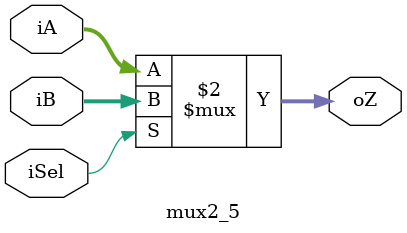
<source format=v>
module mux2_5(iA, iB, iSel, oZ);
    input [4:0] iA, iB;
    input iSel;
    output [4:0] oZ;

    assign oZ = (iSel == 0) ? iA : iB;

endmodule   // mux2_5

</source>
